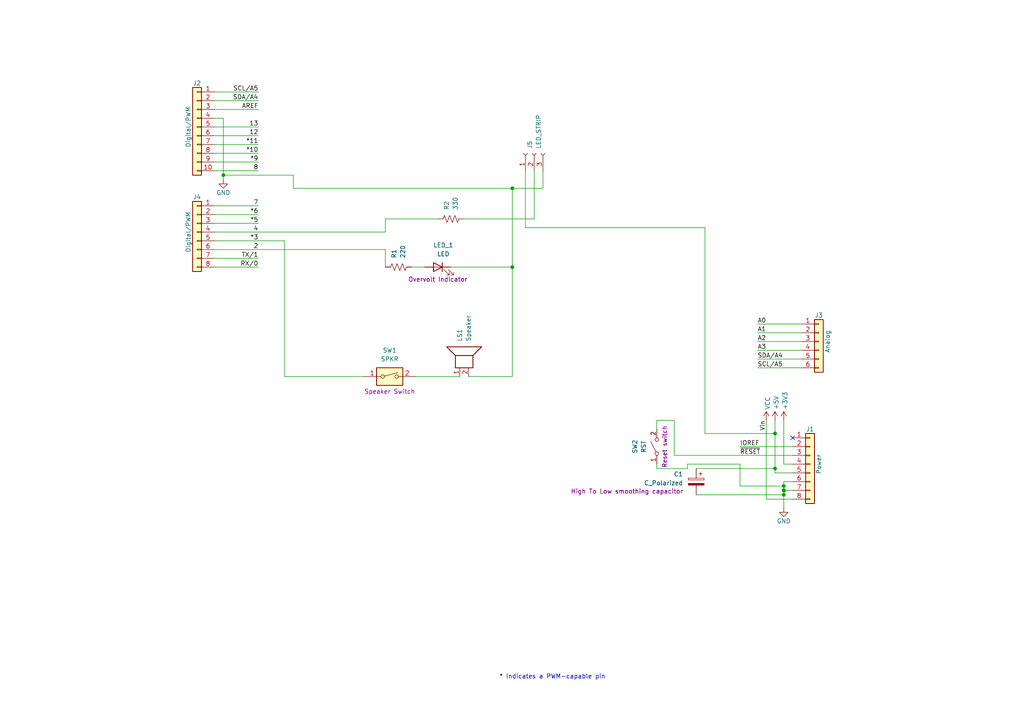
<source format=kicad_sch>
(kicad_sch (version 20231120) (generator "eeschema") (generator_version "8.0")
  (paper "A4")
  (title_block (title "MSS Module Arduino Uno Hat") (date "2025-01-05") (rev "0") (company "Epic Breakfast Productions"))
  (lib_symbols
    (symbol "Connector:Conn_01x03_Socket" (pin_names (offset 1.016) hide)
      (property "Reference" "J" (at 0 5.08 0))
      (property "Value" "Conn_01x03_Socket" (at 0 -5.08 0))
      (symbol "Conn_01x03_Socket_1_1"
        (arc (start 0 -2.032) (mid -0.5058 -2.54) (end 0 -3.048) (stroke (width 0.1524)))
        (polyline (pts (xy -1.27 -2.54) (xy -0.508 -2.54)) (stroke (width 0.1524)))
        (polyline (pts (xy -1.27 0) (xy -0.508 0)) (stroke (width 0.1524)))
        (polyline (pts (xy -1.27 2.54) (xy -0.508 2.54)) (stroke (width 0.1524)))
        (arc (start 0 0.508) (mid -0.5058 0) (end 0 -0.508) (stroke (width 0.1524)))
        (arc (start 0 3.048) (mid -0.5058 2.54) (end 0 2.032) (stroke (width 0.1524)))
        (pin passive line (at -5.08 2.54 0) (length 3.81) (name "Pin_1") (number "1"))
        (pin passive line (at -5.08 0 0) (length 3.81) (name "Pin_2") (number "2"))
        (pin passive line (at -5.08 -2.54 0) (length 3.81) (name "Pin_3") (number "3"))
      )
    )
    (symbol "Connector_Generic:Conn_01x06" (pin_names (offset 1.016) hide)
      (property "Reference" "J" (at 0 7.62 0))
      (property "Value" "Conn_01x06" (at 0 -10.16 0))
      (symbol "Conn_01x06_1_1"
        (rectangle (start -1.27 -7.493) (end 0 -7.747) (stroke (width 0.1524)))
        (rectangle (start -1.27 -4.953) (end 0 -5.207) (stroke (width 0.1524)))
        (rectangle (start -1.27 -2.413) (end 0 -2.667) (stroke (width 0.1524)))
        (rectangle (start -1.27 0.127) (end 0 -0.127) (stroke (width 0.1524)))
        (rectangle (start -1.27 2.667) (end 0 2.413) (stroke (width 0.1524)))
        (rectangle (start -1.27 5.207) (end 0 4.953) (stroke (width 0.1524)))
        (rectangle (start -1.27 6.35) (end 1.27 -8.89) (stroke (width 0.254)) (fill (type background)))
        (pin passive line (at -5.08 5.08 0) (length 3.81) (name "Pin_1") (number "1"))
        (pin passive line (at -5.08 2.54 0) (length 3.81) (name "Pin_2") (number "2"))
        (pin passive line (at -5.08 0 0) (length 3.81) (name "Pin_3") (number "3"))
        (pin passive line (at -5.08 -2.54 0) (length 3.81) (name "Pin_4") (number "4"))
        (pin passive line (at -5.08 -5.08 0) (length 3.81) (name "Pin_5") (number "5"))
        (pin passive line (at -5.08 -7.62 0) (length 3.81) (name "Pin_6") (number "6"))
      )
    )
    (symbol "Connector_Generic:Conn_01x08" (pin_names (offset 1.016) hide)
      (property "Reference" "J" (at 0 10.16 0))
      (property "Value" "Conn_01x08" (at 0 -12.7 0))
      (symbol "Conn_01x08_1_1"
        (rectangle (start -1.27 -10.033) (end 0 -10.287) (stroke (width 0.1524)))
        (rectangle (start -1.27 -7.493) (end 0 -7.747) (stroke (width 0.1524)))
        (rectangle (start -1.27 -4.953) (end 0 -5.207) (stroke (width 0.1524)))
        (rectangle (start -1.27 -2.413) (end 0 -2.667) (stroke (width 0.1524)))
        (rectangle (start -1.27 0.127) (end 0 -0.127) (stroke (width 0.1524)))
        (rectangle (start -1.27 2.667) (end 0 2.413) (stroke (width 0.1524)))
        (rectangle (start -1.27 5.207) (end 0 4.953) (stroke (width 0.1524)))
        (rectangle (start -1.27 7.747) (end 0 7.493) (stroke (width 0.1524)))
        (rectangle (start -1.27 8.89) (end 1.27 -11.43) (stroke (width 0.254)) (fill (type background)))
        (pin passive line (at -5.08 7.62 0) (length 3.81) (name "Pin_1") (number "1"))
        (pin passive line (at -5.08 5.08 0) (length 3.81) (name "Pin_2") (number "2"))
        (pin passive line (at -5.08 2.54 0) (length 3.81) (name "Pin_3") (number "3"))
        (pin passive line (at -5.08 0 0) (length 3.81) (name "Pin_4") (number "4"))
        (pin passive line (at -5.08 -2.54 0) (length 3.81) (name "Pin_5") (number "5"))
        (pin passive line (at -5.08 -5.08 0) (length 3.81) (name "Pin_6") (number "6"))
        (pin passive line (at -5.08 -7.62 0) (length 3.81) (name "Pin_7") (number "7"))
        (pin passive line (at -5.08 -10.16 0) (length 3.81) (name "Pin_8") (number "8"))
      )
    )
    (symbol "Connector_Generic:Conn_01x10" (pin_names (offset 1.016) hide)
      (property "Reference" "J" (at 0 12.7 0))
      (property "Value" "Conn_01x10" (at 0 -15.24 0))
      (symbol "Conn_01x10_1_1"
        (rectangle (start -1.27 -12.573) (end 0 -12.827) (stroke (width 0.1524)))
        (rectangle (start -1.27 -10.033) (end 0 -10.287) (stroke (width 0.1524)))
        (rectangle (start -1.27 -7.493) (end 0 -7.747) (stroke (width 0.1524)))
        (rectangle (start -1.27 -4.953) (end 0 -5.207) (stroke (width 0.1524)))
        (rectangle (start -1.27 -2.413) (end 0 -2.667) (stroke (width 0.1524)))
        (rectangle (start -1.27 0.127) (end 0 -0.127) (stroke (width 0.1524)))
        (rectangle (start -1.27 2.667) (end 0 2.413) (stroke (width 0.1524)))
        (rectangle (start -1.27 5.207) (end 0 4.953) (stroke (width 0.1524)))
        (rectangle (start -1.27 7.747) (end 0 7.493) (stroke (width 0.1524)))
        (rectangle (start -1.27 10.287) (end 0 10.033) (stroke (width 0.1524)))
        (rectangle (start -1.27 11.43) (end 1.27 -13.97) (stroke (width 0.254)) (fill (type background)))
        (pin passive line (at -5.08 10.16 0) (length 3.81) (name "Pin_1") (number "1"))
        (pin passive line (at -5.08 -12.7 0) (length 3.81) (name "Pin_10") (number "10"))
        (pin passive line (at -5.08 7.62 0) (length 3.81) (name "Pin_2") (number "2"))
        (pin passive line (at -5.08 5.08 0) (length 3.81) (name "Pin_3") (number "3"))
        (pin passive line (at -5.08 2.54 0) (length 3.81) (name "Pin_4") (number "4"))
        (pin passive line (at -5.08 0 0) (length 3.81) (name "Pin_5") (number "5"))
        (pin passive line (at -5.08 -2.54 0) (length 3.81) (name "Pin_6") (number "6"))
        (pin passive line (at -5.08 -5.08 0) (length 3.81) (name "Pin_7") (number "7"))
        (pin passive line (at -5.08 -7.62 0) (length 3.81) (name "Pin_8") (number "8"))
        (pin passive line (at -5.08 -10.16 0) (length 3.81) (name "Pin_9") (number "9"))
      )
    )
    (symbol "Device:C_Polarized" (pin_numbers hide) (pin_names (offset 0.254))
      (property "Reference" "C" (at 0.635 2.54 0))
      (property "Value" "C_Polarized" (at 0.635 -2.54 0))
      (symbol "C_Polarized_0_1"
        (rectangle (start -2.286 0.508) (end 2.286 1.016))
        (polyline (pts (xy -1.778 2.286) (xy -0.762 2.286)))
        (polyline (pts (xy -1.27 2.794) (xy -1.27 1.778)))
        (rectangle (start 2.286 -0.508) (end -2.286 -1.016) (fill (type outline)))
      )
      (symbol "C_Polarized_1_1"
        (pin passive line (at 0 3.81 270) (length 2.794) (name "~") (number "1"))
        (pin passive line (at 0 -3.81 90) (length 2.794) (name "~") (number "2"))
      )
    )
    (symbol "Device:LED" (pin_numbers hide) (pin_names (offset 1.016) hide)
      (property "Reference" "D" (at 0 2.54 0))
      (property "Value" "LED" (at 0 -2.54 0))
      (symbol "LED_0_1"
        (polyline (pts (xy -1.27 -1.27) (xy -1.27 1.27)) (stroke (width 0.254)))
        (polyline (pts (xy -1.27 0) (xy 1.27 0)))
        (polyline (pts (xy 1.27 -1.27) (xy 1.27 1.27) (xy -1.27 0) (xy 1.27 -1.27)) (stroke (width 0.254)))
        (polyline (pts (xy -3.048 -0.762) (xy -4.572 -2.286) (xy -3.81 -2.286) (xy -4.572 -2.286) (xy -4.572 -1.524)))
        (polyline (pts (xy -1.778 -0.762) (xy -3.302 -2.286) (xy -2.54 -2.286) (xy -3.302 -2.286) (xy -3.302 -1.524)))
      )
      (symbol "LED_1_1"
        (pin passive line (at -3.81 0 0) (length 2.54) (name "K") (number "1"))
        (pin passive line (at 3.81 0 180) (length 2.54) (name "A") (number "2"))
      )
    )
    (symbol "Device:R_US" (pin_numbers hide) (pin_names (offset 0))
      (property "Reference" "R" (at 2.54 0 90))
      (property "Value" "R_US" (at -2.54 0 90))
      (symbol "R_US_0_1"
        (polyline (pts (xy 0 -2.286) (xy 0 -2.54)))
        (polyline (pts (xy 0 2.286) (xy 0 2.54)))
        (polyline (pts (xy 0 -0.762) (xy 1.016 -1.143) (xy 0 -1.524) (xy -1.016 -1.905) (xy 0 -2.286)))
        (polyline (pts (xy 0 0.762) (xy 1.016 0.381) (xy 0 0) (xy -1.016 -0.381) (xy 0 -0.762)))
        (polyline (pts (xy 0 2.286) (xy 1.016 1.905) (xy 0 1.524) (xy -1.016 1.143) (xy 0 0.762)))
      )
      (symbol "R_US_1_1"
        (pin passive line (at 0 3.81 270) (length 1.27) (name "~") (number "1"))
        (pin passive line (at 0 -3.81 90) (length 1.27) (name "~") (number "2"))
      )
    )
    (symbol "Device:Speaker" (pin_names (offset 0) hide)
      (property "Reference" "LS" (at 1.27 5.715 0))
      (property "Value" "Speaker" (at 1.27 3.81 0))
      (symbol "Speaker_0_0"
        (rectangle (start -2.54 1.27) (end 1.016 -3.81) (stroke (width 0.254)))
        (polyline (pts (xy 1.016 1.27) (xy 3.556 3.81) (xy 3.556 -6.35) (xy 1.016 -3.81)) (stroke (width 0.254)))
      )
      (symbol "Speaker_1_1"
        (pin input line (at -5.08 0 0) (length 2.54) (name "1") (number "1"))
        (pin input line (at -5.08 -2.54 0) (length 2.54) (name "2") (number "2"))
      )
    )
    (symbol "Switch:SW_DIP_x01" (pin_names (offset 0) hide)
      (property "Reference" "SW" (at 0 3.81 0))
      (property "Value" "SW_DIP_x01" (at 0 -3.81 0))
      (symbol "SW_DIP_x01_0_0"
        (circle (center -2.032 0) (radius 0.508))
        (polyline (pts (xy -1.524 0.127) (xy 2.3622 1.1684)))
        (circle (center 2.032 0) (radius 0.508))
      )
      (symbol "SW_DIP_x01_0_1"
        (rectangle (start -3.81 2.54) (end 3.81 -2.54) (stroke (width 0.254)) (fill (type background)))
      )
      (symbol "SW_DIP_x01_1_1"
        (pin passive line (at -7.62 0 0) (length 5.08) (name "~") (number "1"))
        (pin passive line (at 7.62 0 180) (length 5.08) (name "~") (number "2"))
      )
    )
    (symbol "Switch:SW_SPST" (pin_names (offset 0) hide)
      (property "Reference" "SW" (at 0 3.175 0))
      (property "Value" "SW_SPST" (at 0 -2.54 0))
      (symbol "SW_SPST_0_0"
        (circle (center -2.032 0) (radius 0.508))
        (polyline (pts (xy -1.524 0.254) (xy 1.524 1.778)))
        (circle (center 2.032 0) (radius 0.508))
      )
      (symbol "SW_SPST_1_1"
        (pin passive line (at -5.08 0 0) (length 2.54) (name "A") (number "1"))
        (pin passive line (at 5.08 0 180) (length 2.54) (name "B") (number "2"))
      )
    )
    (symbol "power:+3V3" (power) (pin_names (offset 0))
      (property "Value" "+3V3" (at 0 3.556 0))
      (symbol "+3V3_0_1"
        (polyline (pts (xy -0.762 1.27) (xy 0 2.54)))
        (polyline (pts (xy 0 0) (xy 0 2.54)))
        (polyline (pts (xy 0 2.54) (xy 0.762 1.27)))
      )
      (symbol "+3V3_1_1"
        (pin power_in line (at 0 0 90) (length 0) hide (name "+3V3") (number "1"))
      )
    )
    (symbol "power:+5V" (power) (pin_names (offset 0))
      (property "Value" "+5V" (at 0 3.556 0))
      (symbol "+5V_0_1"
        (polyline (pts (xy -0.762 1.27) (xy 0 2.54)))
        (polyline (pts (xy 0 0) (xy 0 2.54)))
        (polyline (pts (xy 0 2.54) (xy 0.762 1.27)))
      )
      (symbol "+5V_1_1"
        (pin power_in line (at 0 0 90) (length 0) hide (name "+5V") (number "1"))
      )
    )
    (symbol "power:GND" (power) (pin_names (offset 0))
      (property "Value" "GND" (at 0 -3.81 0))
      (symbol "GND_0_1"
        (polyline (pts (xy 0 0) (xy 0 -1.27) (xy 1.27 -1.27) (xy 0 -2.54) (xy -1.27 -1.27) (xy 0 -1.27)))
      )
      (symbol "GND_1_1"
        (pin power_in line (at 0 0 270) (length 0) hide (name "GND") (number "1"))
      )
    )
    (symbol "power:VCC" (power) (pin_names (offset 0))
      (property "Value" "VCC" (at 0 3.81 0))
      (symbol "VCC_0_1"
        (polyline (pts (xy -0.762 1.27) (xy 0 2.54)))
        (polyline (pts (xy 0 0) (xy 0 2.54)))
        (polyline (pts (xy 0 2.54) (xy 0.762 1.27)))
      )
      (symbol "VCC_1_1"
        (pin power_in line (at 0 0 90) (length 0) hide (name "VCC") (number "1"))
      )
    )
  )
  (junction (at 227.33 140.97))
  (junction (at 224.79 135.89))
  (junction (at 227.33 142.24) (diameter 1.016))
  (junction (at 148.59 54.61))
  (junction (at 224.79 125.73))
  (junction (at 148.59 77.47))
  (junction (at 227.33 143.51))
  (junction (at 64.77 50.8))
  (no_connect (at 229.87 127))
  (wire (pts (xy 62.23 77.47) (xy 74.93 77.47)))
  (wire (pts (xy 224.79 135.89) (xy 224.79 137.16)))
  (wire (pts (xy 62.23 44.45) (xy 74.93 44.45)))
  (wire (pts (xy 62.23 26.67) (xy 74.93 26.67)))
  (wire (pts (xy 199.39 134.62) (xy 214.63 134.62)))
  (wire (pts (xy 195.58 121.92) (xy 195.58 132.08)))
  (wire (pts (xy 157.48 49.53) (xy 157.48 54.61)))
  (wire (pts (xy 227.33 139.7) (xy 227.33 140.97)))
  (wire (pts (xy 154.94 49.53) (xy 154.94 63.5)))
  (wire (pts (xy 219.71 106.68) (xy 232.41 106.68)))
  (wire (pts (xy 135.89 109.22) (xy 148.59 109.22)))
  (wire (pts (xy 224.79 125.73) (xy 204.47 125.73)))
  (wire (pts (xy 148.59 109.22) (xy 148.59 77.47)))
  (wire (pts (xy 224.79 125.73) (xy 224.79 135.89)))
  (wire (pts (xy 227.33 142.24) (xy 227.33 143.51)))
  (wire (pts (xy 227.33 134.62) (xy 229.87 134.62)))
  (wire (pts (xy 199.39 135.89) (xy 199.39 134.62)))
  (wire (pts (xy 224.79 137.16) (xy 229.87 137.16)))
  (wire (pts (xy 224.79 121.92) (xy 224.79 125.73)))
  (wire (pts (xy 82.55 109.22) (xy 105.41 109.22)))
  (wire (pts (xy 190.5 121.92) (xy 195.58 121.92)))
  (wire (pts (xy 62.23 36.83) (xy 74.93 36.83)))
  (wire (pts (xy 227.33 121.92) (xy 227.33 134.62)))
  (wire (pts (xy 62.23 59.69) (xy 74.93 59.69)))
  (wire (pts (xy 227.33 140.97) (xy 227.33 142.24)))
  (wire (pts (xy 232.41 93.98) (xy 219.71 93.98)))
  (wire (pts (xy 62.23 39.37) (xy 74.93 39.37)))
  (wire (pts (xy 62.23 62.23) (xy 74.93 62.23)))
  (wire (pts (xy 214.63 134.62) (xy 214.63 140.97)))
  (wire (pts (xy 130.81 77.47) (xy 148.59 77.47)))
  (wire (pts (xy 85.09 50.8) (xy 64.77 50.8)))
  (wire (pts (xy 127 63.5) (xy 111.76 63.5)))
  (wire (pts (xy 111.76 72.39) (xy 111.76 77.47)))
  (wire (pts (xy 62.23 46.99) (xy 74.93 46.99)))
  (wire (pts (xy 227.33 143.51) (xy 227.33 147.32)))
  (wire (pts (xy 62.23 67.31) (xy 111.76 67.31)))
  (wire (pts (xy 214.63 129.54) (xy 229.87 129.54)))
  (wire (pts (xy 64.77 34.29) (xy 64.77 50.8)))
  (wire (pts (xy 62.23 31.75) (xy 74.93 31.75)))
  (wire (pts (xy 148.59 54.61) (xy 85.09 54.61)))
  (wire (pts (xy 232.41 99.06) (xy 219.71 99.06)))
  (wire (pts (xy 201.93 143.51) (xy 227.33 143.51)))
  (wire (pts (xy 229.87 142.24) (xy 227.33 142.24)))
  (wire (pts (xy 204.47 125.73) (xy 204.47 66.04)))
  (wire (pts (xy 148.59 77.47) (xy 148.59 54.61)))
  (wire (pts (xy 190.5 135.89) (xy 199.39 135.89)))
  (wire (pts (xy 82.55 69.85) (xy 82.55 109.22)))
  (wire (pts (xy 229.87 144.78) (xy 222.25 144.78)))
  (wire (pts (xy 219.71 96.52) (xy 232.41 96.52)))
  (wire (pts (xy 204.47 66.04) (xy 152.4 66.04)))
  (wire (pts (xy 64.77 50.8) (xy 64.77 52.07)))
  (wire (pts (xy 119.38 77.47) (xy 123.19 77.47)))
  (wire (pts (xy 62.23 34.29) (xy 64.77 34.29)))
  (wire (pts (xy 229.87 139.7) (xy 227.33 139.7)))
  (wire (pts (xy 201.93 135.89) (xy 224.79 135.89)))
  (wire (pts (xy 62.23 41.91) (xy 74.93 41.91)))
  (wire (pts (xy 85.09 54.61) (xy 85.09 50.8)))
  (wire (pts (xy 195.58 132.08) (xy 229.87 132.08)))
  (wire (pts (xy 62.23 64.77) (xy 74.93 64.77)))
  (wire (pts (xy 219.71 101.6) (xy 232.41 101.6)))
  (wire (pts (xy 120.65 109.22) (xy 133.35 109.22)))
  (wire (pts (xy 134.62 63.5) (xy 154.94 63.5)))
  (wire (pts (xy 190.5 124.46) (xy 190.5 121.92)))
  (wire (pts (xy 214.63 140.97) (xy 227.33 140.97)))
  (wire (pts (xy 152.4 66.04) (xy 152.4 49.53)))
  (wire (pts (xy 62.23 29.21) (xy 74.93 29.21)))
  (wire (pts (xy 157.48 54.61) (xy 148.59 54.61)))
  (wire (pts (xy 190.5 134.62) (xy 190.5 135.89)))
  (wire (pts (xy 62.23 72.39) (xy 111.76 72.39)))
  (wire (pts (xy 62.23 69.85) (xy 82.55 69.85)))
  (wire (pts (xy 111.76 63.5) (xy 111.76 67.31)))
  (wire (pts (xy 62.23 74.93) (xy 74.93 74.93)))
  (wire (pts (xy 222.25 144.78) (xy 222.25 121.92)))
  (wire (pts (xy 232.41 104.14) (xy 219.71 104.14)))
  (wire (pts (xy 62.23 49.53) (xy 74.93 49.53)))
  (text "* Indicates a PWM-capable pin" (at 144.78 197.104 0) (effects (font (size 1.27 1.27)) (justify left bottom)))
  (label "RX{slash}0" (at 74.93 77.47 180))
  (label "A2" (at 219.71 99.06 0))
  (label "4" (at 74.93 67.31 180))
  (label "2" (at 74.93 72.39 180))
  (label "A3" (at 219.71 101.6 0))
  (label "13" (at 74.93 36.83 180))
  (label "12" (at 74.93 39.37 180))
  (label "~{RESET}" (at 214.63 132.08 0))
  (label "*10" (at 74.93 44.45 180))
  (label "7" (at 74.93 59.69 180))
  (label "SDA{slash}A4" (at 74.93 29.21 180))
  (label "8" (at 74.93 49.53 180))
  (label "*11" (at 74.93 41.91 180))
  (label "*3" (at 74.93 69.85 180))
  (label "A1" (at 219.71 96.52 0))
  (label "TX{slash}1" (at 74.93 74.93 180))
  (label "A0" (at 219.71 93.98 0))
  (label "AREF" (at 74.93 31.75 180))
  (label "Vin" (at 222.25 121.92 270))
  (label "*6" (at 74.93 62.23 180))
  (label "SCL{slash}A5" (at 74.93 26.67 180))
  (label "*9" (at 74.93 46.99 180))
  (label "*5" (at 74.93 64.77 180))
  (label "IOREF" (at 214.63 129.54 0))
  (label "SDA{slash}A4" (at 219.71 104.14 0))
  (label "SCL{slash}A5" (at 219.71 106.68 0))
  (symbol (lib_id "Connector_Generic:Conn_01x08") (at 234.95 134.62 0) (unit 1)
    (property "Reference" "J1" (at 234.95 124.46 0))
    (property "Value" "Power" (at 237.49 134.62 90))
    (property "Footprint" "Connector_PinSocket_2.54mm:PinSocket_1x08_P2.54mm_Vertical" (effects (hide yes)))
  )
  (symbol (lib_id "power:+3V3") (at 227.33 121.92 0) (unit 1)
    (property "Reference" "#PWR03" (effects (hide yes)))
    (property "Value" "+3V3" (at 227.711 118.872 90) (effects (justify left)))
  )
  (symbol (lib_id "power:+5V") (at 224.79 121.92 0) (unit 1)
    (property "Reference" "#PWR02" (effects (hide yes)))
    (property "Value" "+5V" (at 225.1456 118.872 90) (effects (justify left)))
  )
  (symbol (lib_id "power:GND") (at 227.33 147.32 0) (unit 1)
    (property "Reference" "#PWR04" (effects (hide yes)))
    (property "Value" "GND" (at 227.33 151.13 0))
  )
  (symbol (lib_id "Connector_Generic:Conn_01x10") (at 57.15 36.83 0) (mirror y) (unit 1)
    (property "Reference" "J2" (at 57.15 24.13 0))
    (property "Value" "Digital/PWM" (at 54.61 36.83 90))
    (property "Footprint" "Connector_PinSocket_2.54mm:PinSocket_1x10_P2.54mm_Vertical" (effects (hide yes)))
  )
  (symbol (lib_id "power:GND") (at 64.77 52.07 0) (unit 1)
    (property "Reference" "#PWR05" (effects (hide yes)))
    (property "Value" "GND" (at 64.77 55.88 0))
  )
  (symbol (lib_id "Connector_Generic:Conn_01x06") (at 237.49 99.06 0) (unit 1)
    (property "Reference" "J3" (at 237.49 91.44 0))
    (property "Value" "Analog" (at 240.03 99.06 90))
    (property "Footprint" "Connector_PinSocket_2.54mm:PinSocket_1x06_P2.54mm_Vertical" (effects (hide yes)))
  )
  (symbol (lib_id "Connector_Generic:Conn_01x08") (at 57.15 67.31 0) (mirror y) (unit 1)
    (property "Reference" "J4" (at 57.15 57.15 0))
    (property "Value" "Digital/PWM" (at 54.61 67.31 90))
    (property "Footprint" "Connector_PinSocket_2.54mm:PinSocket_1x08_P2.54mm_Vertical" (effects (hide yes)))
  )
  (symbol (lib_id "Device:Speaker") (at 133.35 104.14 90) (unit 1)
    (property "Reference" "LS1" (at 133.3499 99.06 0) (effects (justify left)))
    (property "Value" "Speaker" (at 135.8899 99.06 0) (effects (justify left)))
    (property "Footprint" "Buzzer_Beeper:Buzzer_15x7.5RM7.6" (effects (hide yes)))
    (property "Description" "Speaker" (effects (hide yes)))
  )
  (symbol (lib_id "Device:C_Polarized") (at 201.93 139.7 0) (mirror y) (unit 1)
    (property "Reference" "C1" (at 198.12 137.5409 0) (effects (justify left)))
    (property "Value" "C_Polarized" (at 198.12 140.0809 0) (effects (justify left)))
    (property "Footprint" "Capacitor_THT:CP_Radial_D4.0mm_P1.50mm" (effects (hide yes)))
    (property "Description" "High To Low smoothing capacitor" (at 181.864 142.494 0))
  )
  (symbol (lib_id "Switch:SW_SPST") (at 190.5 129.54 90) (unit 1)
    (property "Reference" "SW2" (at 184.15 129.54 0))
    (property "Value" "RST" (at 186.69 129.54 0))
    (property "Footprint" "Button_Switch_THT:SW_PUSH_1P1T_6x3.5mm_H5.0_APEM_MJTP1250" (effects (hide yes)))
    (property "Description" "Reset switch" (at 192.786 129.54 0))
  )
  (symbol (lib_id "Device:LED") (at 127 77.47 0) (mirror y) (unit 1)
    (property "Reference" "LED_1" (at 128.5875 71.12 0))
    (property "Value" "LED" (at 128.5875 73.66 0))
    (property "Footprint" "LED_THT:LED_D5.0mm" (effects (hide yes)))
    (property "Description" "Overvolt Indicator" (at 127 81.026 0))
  )
  (symbol (lib_id "Device:R_US") (at 130.81 63.5 90) (unit 1)
    (property "Reference" "R2" (at 129.5399 60.96 0) (effects (justify left)))
    (property "Value" "330" (at 132.0799 60.96 0) (effects (justify left)))
    (property "Footprint" "Resistor_THT:R_Axial_DIN0309_L9.0mm_D3.2mm_P12.70mm_Horizontal" (effects (hide yes)))
    (property "Description" "Resistor, US symbol" (effects (hide yes)))
  )
  (symbol (lib_id "power:VCC") (at 222.25 121.92 0) (unit 1)
    (property "Reference" "#PWR01" (effects (hide yes)))
    (property "Value" "VCC" (at 222.631 118.872 90) (effects (justify left)))
  )
  (symbol (lib_id "Switch:SW_DIP_x01") (at 113.03 109.22 0) (unit 1)
    (property "Reference" "SW1" (at 113.03 101.6 0))
    (property "Value" "SPKR" (at 113.03 104.14 0))
    (property "Footprint" "Button_Switch_THT:SW_DIP_SPSTx01_Slide_6.7x4.1mm_W7.62mm_P2.54mm_LowProfile" (effects (hide yes)))
    (property "Description" "Speaker Switch" (at 113.03 113.538 0))
  )
  (symbol (lib_id "Connector:Conn_01x03_Socket") (at 154.94 44.45 90) (unit 1)
    (property "Reference" "J5" (at 153.6699 43.18 0) (effects (justify left)))
    (property "Value" "LED_STRIP" (at 156.2099 43.18 0) (effects (justify left)))
    (property "Footprint" "Connector_JST:JST_XH_S3B-XH-A-1_1x03_P2.50mm_Horizontal" (effects (hide yes)))
    (property "Description" "Connector to LED light strip" (effects (hide yes)))
  )
  (symbol (lib_id "Device:R_US") (at 115.57 77.47 90) (unit 1)
    (property "Reference" "R1" (at 114.2999 74.93 0) (effects (justify left)))
    (property "Value" "220" (at 116.8399 74.93 0) (effects (justify left)))
    (property "Footprint" "Resistor_THT:R_Axial_DIN0309_L9.0mm_D3.2mm_P12.70mm_Horizontal" (effects (hide yes)))
    (property "Description" "Resistor, US symbol" (effects (hide yes)))
  )
)
</source>
